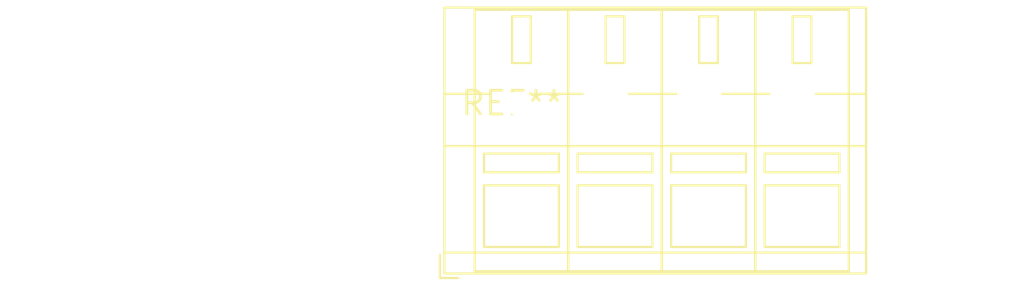
<source format=kicad_pcb>
(kicad_pcb (version 20240108) (generator pcbnew)
  (layers (0 "F.Cu" signal) (31 "B.Cu" signal) (34 "B.Paste" user) (35 "F.Paste" user) (36 "B.SilkS" user "B.Silkscreen") (37 "F.SilkS" user "F.Silkscreen") (38 "B.Mask" user) (39 "F.Mask" user) (44 "Edge.Cuts" user))
  (net 0 "")
  (footprint "TerminalBlock_WAGO_236-104_1x04_P5.00mm_45Degree" (layer "F.Cu") (at 0 0)
    (property "Reference" "REF**")
    (property "Value" "TerminalBlock_WAGO_236-104_1x04_P5.00mm_45Degree")
    (fp_line (start -3.86 8.12) (end -3.86 9.36) (layer "F.SilkS") (stroke (width 0.12)))
    (fp_line (start -3.86 9.36) (end -2.86 9.36) (layer "F.SilkS") (stroke (width 0.12)))
    (fp_line (start -3.62 -5.12) (end -3.62 9.12) (layer "F.SilkS") (stroke (width 0.12)))
    (fp_line (start -3.62 -5.12) (end 18.92 -5.12) (layer "F.SilkS") (stroke (width 0.12)))
    (fp_line (start -3.62 -0.5) (end -1.23 -0.5) (layer "F.SilkS") (stroke (width 0.12)))
    (fp_line (start -3.62 2.3) (end 18.92 2.3) (layer "F.SilkS") (stroke (width 0.12)))
    (fp_line (start -3.62 8) (end 18.92 8) (layer "F.SilkS") (stroke (width 0.12)))
    (fp_line (start -3.62 9.12) (end 18.92 9.12) (layer "F.SilkS") (stroke (width 0.12)))
    (fp_line (start -2 -5) (end -2 9) (layer "F.SilkS") (stroke (width 0.12)))
    (fp_line (start -2 -5) (end 3 -5) (layer "F.SilkS") (stroke (width 0.12)))
    (fp_line (start -2 9) (end 3 9) (layer "F.SilkS") (stroke (width 0.12)))
    (fp_line (start -1.5 2.7) (end -1.5 3.7) (layer "F.SilkS") (stroke (width 0.12)))
    (fp_line (start -1.5 2.7) (end 2.5 2.7) (layer "F.SilkS") (stroke (width 0.12)))
    (fp_line (start -1.5 3.7) (end 2.5 3.7) (layer "F.SilkS") (stroke (width 0.12)))
    (fp_line (start -1.5 4.4) (end -1.5 7.7) (layer "F.SilkS") (stroke (width 0.12)))
    (fp_line (start -1.5 4.4) (end 2.5 4.4) (layer "F.SilkS") (stroke (width 0.12)))
    (fp_line (start -1.5 7.7) (end 2.5 7.7) (layer "F.SilkS") (stroke (width 0.12)))
    (fp_line (start 0 -4.65) (end 0 -2.151) (layer "F.SilkS") (stroke (width 0.12)))
    (fp_line (start 0 -4.65) (end 1 -4.65) (layer "F.SilkS") (stroke (width 0.12)))
    (fp_line (start 0 -2.151) (end 1 -2.151) (layer "F.SilkS") (stroke (width 0.12)))
    (fp_line (start 1 -4.65) (end 1 -2.151) (layer "F.SilkS") (stroke (width 0.12)))
    (fp_line (start 1.23 -0.5) (end 3.77 -0.5) (layer "F.SilkS") (stroke (width 0.12)))
    (fp_line (start 2.5 2.7) (end 2.5 3.7) (layer "F.SilkS") (stroke (width 0.12)))
    (fp_line (start 2.5 4.4) (end 2.5 7.7) (layer "F.SilkS") (stroke (width 0.12)))
    (fp_line (start 3 -5) (end 3 9) (layer "F.SilkS") (stroke (width 0.12)))
    (fp_line (start 3 -5) (end 3 9) (layer "F.SilkS") (stroke (width 0.12)))
    (fp_line (start 3 -5) (end 8 -5) (layer "F.SilkS") (stroke (width 0.12)))
    (fp_line (start 3 9) (end 8 9) (layer "F.SilkS") (stroke (width 0.12)))
    (fp_line (start 3.5 2.7) (end 3.5 3.7) (layer "F.SilkS") (stroke (width 0.12)))
    (fp_line (start 3.5 2.7) (end 7.5 2.7) (layer "F.SilkS") (stroke (width 0.12)))
    (fp_line (start 3.5 3.7) (end 7.5 3.7) (layer "F.SilkS") (stroke (width 0.12)))
    (fp_line (start 3.5 4.4) (end 3.5 7.7) (layer "F.SilkS") (stroke (width 0.12)))
    (fp_line (start 3.5 4.4) (end 7.5 4.4) (layer "F.SilkS") (stroke (width 0.12)))
    (fp_line (start 3.5 7.7) (end 7.5 7.7) (layer "F.SilkS") (stroke (width 0.12)))
    (fp_line (start 5 -4.65) (end 5 -2.151) (layer "F.SilkS") (stroke (width 0.12)))
    (fp_line (start 5 -4.65) (end 6 -4.65) (layer "F.SilkS") (stroke (width 0.12)))
    (fp_line (start 5 -2.151) (end 6 -2.151) (layer "F.SilkS") (stroke (width 0.12)))
    (fp_line (start 6 -4.65) (end 6 -2.151) (layer "F.SilkS") (stroke (width 0.12)))
    (fp_line (start 6.23 -0.5) (end 8.77 -0.5) (layer "F.SilkS") (stroke (width 0.12)))
    (fp_line (start 7.5 2.7) (end 7.5 3.7) (layer "F.SilkS") (stroke (width 0.12)))
    (fp_line (start 7.5 4.4) (end 7.5 7.7) (layer "F.SilkS") (stroke (width 0.12)))
    (fp_line (start 8 -5) (end 8 9) (layer "F.SilkS") (stroke (width 0.12)))
    (fp_line (start 8 -5) (end 8 9) (layer "F.SilkS") (stroke (width 0.12)))
    (fp_line (start 8 -5) (end 13 -5) (layer "F.SilkS") (stroke (width 0.12)))
    (fp_line (start 8 9) (end 13 9) (layer "F.SilkS") (stroke (width 0.12)))
    (fp_line (start 8.5 2.7) (end 8.5 3.7) (layer "F.SilkS") (stroke (width 0.12)))
    (fp_line (start 8.5 2.7) (end 12.5 2.7) (layer "F.SilkS") (stroke (width 0.12)))
    (fp_line (start 8.5 3.7) (end 12.5 3.7) (layer "F.SilkS") (stroke (width 0.12)))
    (fp_line (start 8.5 4.4) (end 8.5 7.7) (layer "F.SilkS") (stroke (width 0.12)))
    (fp_line (start 8.5 4.4) (end 12.5 4.4) (layer "F.SilkS") (stroke (width 0.12)))
    (fp_line (start 8.5 7.7) (end 12.5 7.7) (layer "F.SilkS") (stroke (width 0.12)))
    (fp_line (start 10 -4.65) (end 10 -2.151) (layer "F.SilkS") (stroke (width 0.12)))
    (fp_line (start 10 -4.65) (end 11 -4.65) (layer "F.SilkS") (stroke (width 0.12)))
    (fp_line (start 10 -2.151) (end 11 -2.151) (layer "F.SilkS") (stroke (width 0.12)))
    (fp_line (start 11 -4.65) (end 11 -2.151) (layer "F.SilkS") (stroke (width 0.12)))
    (fp_line (start 11.23 -0.5) (end 13.77 -0.5) (layer "F.SilkS") (stroke (width 0.12)))
    (fp_line (start 12.5 2.7) (end 12.5 3.7) (layer "F.SilkS") (stroke (width 0.12)))
    (fp_line (start 12.5 4.4) (end 12.5 7.7) (layer "F.SilkS") (stroke (width 0.12)))
    (fp_line (start 13 -5) (end 13 9) (layer "F.SilkS") (stroke (width 0.12)))
    (fp_line (start 13 -5) (end 13 9) (layer "F.SilkS") (stroke (width 0.12)))
    (fp_line (start 13 -5) (end 18 -5) (layer "F.SilkS") (stroke (width 0.12)))
    (fp_line (start 13 9) (end 18 9) (layer "F.SilkS") (stroke (width 0.12)))
    (fp_line (start 13.5 2.7) (end 13.5 3.7) (layer "F.SilkS") (stroke (width 0.12)))
    (fp_line (start 13.5 2.7) (end 17.5 2.7) (layer "F.SilkS") (stroke (width 0.12)))
    (fp_line (start 13.5 3.7) (end 17.5 3.7) (layer "F.SilkS") (stroke (width 0.12)))
    (fp_line (start 13.5 4.4) (end 13.5 7.7) (layer "F.SilkS") (stroke (width 0.12)))
    (fp_line (start 13.5 4.4) (end 17.5 4.4) (layer "F.SilkS") (stroke (width 0.12)))
    (fp_line (start 13.5 7.7) (end 17.5 7.7) (layer "F.SilkS") (stroke (width 0.12)))
    (fp_line (start 15 -4.65) (end 15 -2.151) (layer "F.SilkS") (stroke (width 0.12)))
    (fp_line (start 15 -4.65) (end 16 -4.65) (layer "F.SilkS") (stroke (width 0.12)))
    (fp_line (start 15 -2.151) (end 16 -2.151) (layer "F.SilkS") (stroke (width 0.12)))
    (fp_line (start 16 -4.65) (end 16 -2.151) (layer "F.SilkS") (stroke (width 0.12)))
    (fp_line (start 16.23 -0.5) (end 18.92 -0.5) (layer "F.SilkS") (stroke (width 0.12)))
    (fp_line (start 17.5 2.7) (end 17.5 3.7) (layer "F.SilkS") (stroke (width 0.12)))
    (fp_line (start 17.5 4.4) (end 17.5 7.7) (layer "F.SilkS") (stroke (width 0.12)))
    (fp_line (start 18 -5) (end 18 9) (layer "F.SilkS") (stroke (width 0.12)))
    (fp_line (start 18.92 -5.12) (end 18.92 9.12) (layer "F.SilkS") (stroke (width 0.12)))
    (pad "1" thru_hole rect (at 0 0) (size 1.5 3) (drill 1.15) (layers *.Cu *.Mask) (remove_unused_layers))
    (pad "2" thru_hole oval (at 5 0) (size 1.5 3) (drill 1.15) (layers *.Cu *.Mask) (remove_unused_layers))
    (pad "3" thru_hole oval (at 10 0) (size 1.5 3) (drill 1.15) (layers *.Cu *.Mask) (remove_unused_layers))
    (pad "4" thru_hole oval (at 15 0) (size 1.5 3) (drill 1.15) (layers *.Cu *.Mask) (remove_unused_layers))
  )
)
</source>
